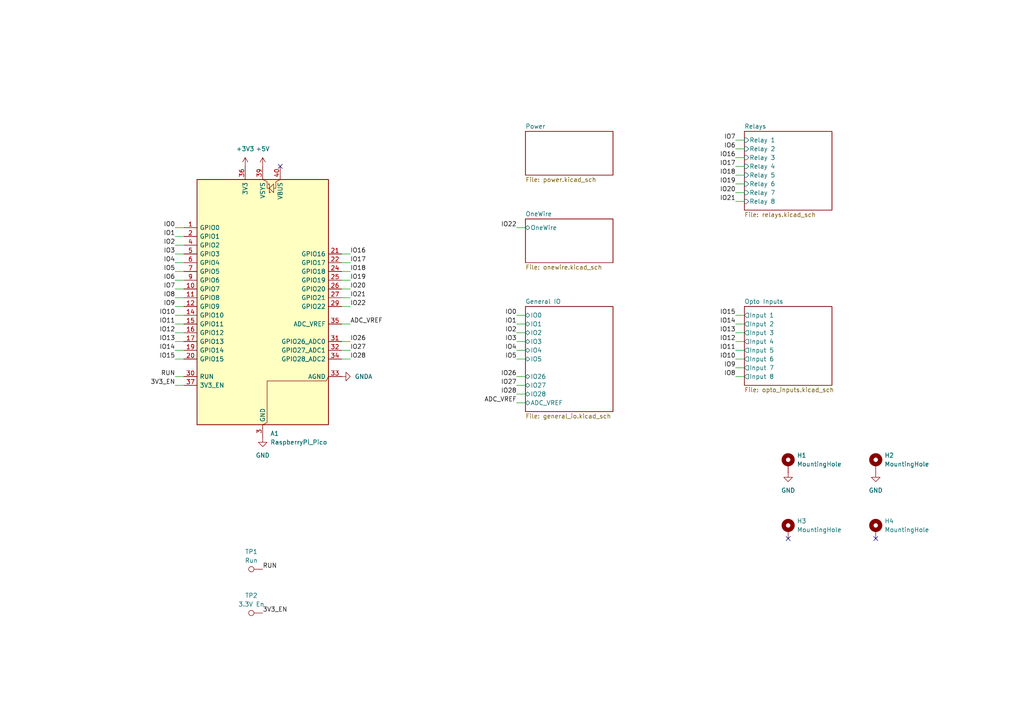
<source format=kicad_sch>
(kicad_sch (version 20231120) (generator "eeschema") (generator_version "8.0")
  (paper "A4")
  (lib_symbols
    (symbol "Connector:TestPoint" (pin_numbers hide) (pin_names (offset 0.762) hide)
      (property "Reference" "TP" (at 0 6.858 0))
      (property "Value" "TestPoint" (at 0 5.08 0))
      (symbol "TestPoint_0_1"
        (circle (center 0 3.302) (radius 0.762))
      )
      (symbol "TestPoint_1_1"
        (pin passive line (at 0 0 90) (length 2.54) (name "1") (number "1"))
      )
    )
    (symbol "Mechanical:MountingHole_Pad" (pin_numbers hide) (pin_names (offset 1.016) hide) (exclude_from_sim yes) (in_bom no)
      (property "Reference" "H" (at 0 6.35 0))
      (property "Value" "MountingHole_Pad" (at 0 4.445 0))
      (symbol "MountingHole_Pad_0_1"
        (circle (center 0 1.27) (radius 1.27) (stroke (width 1.27)))
      )
      (symbol "MountingHole_Pad_1_1"
        (pin input line (at 0 -2.54 90) (length 2.54) (name "1") (number "1"))
      )
    )
    (symbol "RaspberryPi_Pico:RaspberryPi_Pico" (pin_names (offset 0.762))
      (property "Reference" "A" (at -19.05 38.1 0))
      (property "Value" "RaspberryPi_Pico" (at 7.62 38.1 0))
      (symbol "RaspberryPi_Pico_0_1"
        (rectangle (start -19.05 36.83) (end 19.05 -34.29) (stroke (width 0.254)) (fill (type background)))
        (polyline (pts (xy 0 36.83) (xy 1.27 36.195) (xy 1.27 34.29) (xy 1.905 34.29)))
        (polyline (pts (xy 1.905 34.29) (xy 3.175 35.56) (xy 3.175 33.02) (xy 1.905 34.29)))
        (polyline (pts (xy 5.08 36.83) (xy 3.81 36.195) (xy 3.81 34.29) (xy 3.175 34.29)))
        (polyline (pts (xy 0 -34.29) (xy 1.27 -33.655) (xy 1.27 -21.59) (xy 18.415 -21.59) (xy 19.05 -20.32)))
        (polyline (pts (xy 1.651 35.306) (xy 1.651 35.56) (xy 1.905 35.56) (xy 1.905 33.02) (xy 2.159 33.02) (xy 2.159 33.274)))
      )
      (symbol "RaspberryPi_Pico_1_1"
        (pin bidirectional line (at -22.86 22.86 0) (length 3.81) (name "GPIO0") (number "1"))
        (pin bidirectional line (at -22.86 5.08 0) (length 3.81) (name "GPIO7") (number "10"))
        (pin bidirectional line (at -22.86 2.54 0) (length 3.81) (name "GPIO8") (number "11"))
        (pin bidirectional line (at -22.86 0 0) (length 3.81) (name "GPIO9") (number "12"))
        (pin passive line (at 0 -38.1 90) (length 3.81) hide (name "GND") (number "13"))
        (pin bidirectional line (at -22.86 -2.54 0) (length 3.81) (name "GPIO10") (number "14"))
        (pin bidirectional line (at -22.86 -5.08 0) (length 3.81) (name "GPIO11") (number "15"))
        (pin bidirectional line (at -22.86 -7.62 0) (length 3.81) (name "GPIO12") (number "16"))
        (pin bidirectional line (at -22.86 -10.16 0) (length 3.81) (name "GPIO13") (number "17"))
        (pin passive line (at 0 -38.1 90) (length 3.81) hide (name "GND") (number "18"))
        (pin bidirectional line (at -22.86 -12.7 0) (length 3.81) (name "GPIO14") (number "19"))
        (pin bidirectional line (at -22.86 20.32 0) (length 3.81) (name "GPIO1") (number "2"))
        (pin bidirectional line (at -22.86 -15.24 0) (length 3.81) (name "GPIO15") (number "20"))
        (pin bidirectional line (at 22.86 15.24 180) (length 3.81) (name "GPIO16") (number "21"))
        (pin bidirectional line (at 22.86 12.7 180) (length 3.81) (name "GPIO17") (number "22"))
        (pin passive line (at 0 -38.1 90) (length 3.81) hide (name "GND") (number "23"))
        (pin bidirectional line (at 22.86 10.16 180) (length 3.81) (name "GPIO18") (number "24"))
        (pin bidirectional line (at 22.86 7.62 180) (length 3.81) (name "GPIO19") (number "25"))
        (pin bidirectional line (at 22.86 5.08 180) (length 3.81) (name "GPIO20") (number "26"))
        (pin bidirectional line (at 22.86 2.54 180) (length 3.81) (name "GPIO21") (number "27"))
        (pin passive line (at 0 -38.1 90) (length 3.81) hide (name "GND") (number "28"))
        (pin bidirectional line (at 22.86 0 180) (length 3.81) (name "GPIO22") (number "29"))
        (pin power_out line (at 0 -38.1 90) (length 3.81) (name "GND") (number "3"))
        (pin input line (at -22.86 -20.32 0) (length 3.81) (name "RUN") (number "30"))
        (pin bidirectional line (at 22.86 -10.16 180) (length 3.81) (name "GPIO26_ADC0") (number "31"))
        (pin bidirectional line (at 22.86 -12.7 180) (length 3.81) (name "GPIO27_ADC1") (number "32"))
        (pin power_out line (at 22.86 -20.32 180) (length 3.81) (name "AGND") (number "33"))
        (pin bidirectional line (at 22.86 -15.24 180) (length 3.81) (name "GPIO28_ADC2") (number "34"))
        (pin power_in line (at 22.86 -5.08 180) (length 3.81) (name "ADC_VREF") (number "35"))
        (pin power_out line (at -5.08 40.64 270) (length 3.81) (name "3V3") (number "36"))
        (pin input line (at -22.86 -22.86 0) (length 3.81) (name "3V3_EN") (number "37"))
        (pin passive line (at 0 -38.1 90) (length 3.81) hide (name "GND") (number "38"))
        (pin power_in line (at 0 40.64 270) (length 3.81) (name "VSYS") (number "39"))
        (pin bidirectional line (at -22.86 17.78 0) (length 3.81) (name "GPIO2") (number "4"))
        (pin power_out line (at 5.08 40.64 270) (length 3.81) (name "VBUS") (number "40"))
        (pin bidirectional line (at -22.86 15.24 0) (length 3.81) (name "GPIO3") (number "5"))
        (pin bidirectional line (at -22.86 12.7 0) (length 3.81) (name "GPIO4") (number "6"))
        (pin bidirectional line (at -22.86 10.16 0) (length 3.81) (name "GPIO5") (number "7"))
        (pin passive line (at 0 -38.1 90) (length 3.81) hide (name "GND") (number "8"))
        (pin bidirectional line (at -22.86 7.62 0) (length 3.81) (name "GPIO6") (number "9"))
      )
    )
    (symbol "power:+3V3" (power) (pin_numbers hide) (pin_names (offset 0) hide)
      (property "Value" "+3V3" (at 0 3.556 0))
      (symbol "+3V3_0_1"
        (polyline (pts (xy -0.762 1.27) (xy 0 2.54)))
        (polyline (pts (xy 0 0) (xy 0 2.54)))
        (polyline (pts (xy 0 2.54) (xy 0.762 1.27)))
      )
      (symbol "+3V3_1_1"
        (pin power_in line (at 0 0 90) (length 0) (name "~") (number "1"))
      )
    )
    (symbol "power:+5V" (power) (pin_numbers hide) (pin_names (offset 0) hide)
      (property "Value" "+5V" (at 0 3.556 0))
      (symbol "+5V_0_1"
        (polyline (pts (xy -0.762 1.27) (xy 0 2.54)))
        (polyline (pts (xy 0 0) (xy 0 2.54)))
        (polyline (pts (xy 0 2.54) (xy 0.762 1.27)))
      )
      (symbol "+5V_1_1"
        (pin power_in line (at 0 0 90) (length 0) (name "~") (number "1"))
      )
    )
    (symbol "power:GND" (power) (pin_numbers hide) (pin_names (offset 0) hide)
      (property "Value" "GND" (at 0 -3.81 0))
      (symbol "GND_0_1"
        (polyline (pts (xy 0 0) (xy 0 -1.27) (xy 1.27 -1.27) (xy 0 -2.54) (xy -1.27 -1.27) (xy 0 -1.27)))
      )
      (symbol "GND_1_1"
        (pin power_in line (at 0 0 270) (length 0) (name "~") (number "1"))
      )
    )
    (symbol "power:GNDA" (power) (pin_numbers hide) (pin_names (offset 0) hide)
      (property "Value" "GNDA" (at 0 -3.81 0))
      (symbol "GNDA_0_1"
        (polyline (pts (xy 0 0) (xy 0 -1.27) (xy 1.27 -1.27) (xy 0 -2.54) (xy -1.27 -1.27) (xy 0 -1.27)))
      )
      (symbol "GNDA_1_1"
        (pin power_in line (at 0 0 270) (length 0) (name "~") (number "1"))
      )
    )
  )
  (no_connect (at 228.6 156.21))
  (no_connect (at 81.28 48.26))
  (no_connect (at 254 156.21))
  (wire (pts (xy 213.36 96.52) (xy 215.9 96.52)))
  (wire (pts (xy 149.86 96.52) (xy 152.4 96.52)))
  (wire (pts (xy 50.8 99.06) (xy 53.34 99.06)))
  (wire (pts (xy 213.36 48.26) (xy 215.9 48.26)))
  (wire (pts (xy 213.36 43.18) (xy 215.9 43.18)))
  (wire (pts (xy 213.36 55.88) (xy 215.9 55.88)))
  (wire (pts (xy 213.36 45.72) (xy 215.9 45.72)))
  (wire (pts (xy 50.8 73.66) (xy 53.34 73.66)))
  (wire (pts (xy 50.8 104.14) (xy 53.34 104.14)))
  (wire (pts (xy 149.86 91.44) (xy 152.4 91.44)))
  (wire (pts (xy 50.8 68.58) (xy 53.34 68.58)))
  (wire (pts (xy 50.8 101.6) (xy 53.34 101.6)))
  (wire (pts (xy 101.6 73.66) (xy 99.06 73.66)))
  (wire (pts (xy 101.6 104.14) (xy 99.06 104.14)))
  (wire (pts (xy 50.8 78.74) (xy 53.34 78.74)))
  (wire (pts (xy 50.8 96.52) (xy 53.34 96.52)))
  (wire (pts (xy 50.8 66.04) (xy 53.34 66.04)))
  (wire (pts (xy 149.86 101.6) (xy 152.4 101.6)))
  (wire (pts (xy 213.36 58.42) (xy 215.9 58.42)))
  (wire (pts (xy 213.36 53.34) (xy 215.9 53.34)))
  (wire (pts (xy 50.8 71.12) (xy 53.34 71.12)))
  (wire (pts (xy 50.8 91.44) (xy 53.34 91.44)))
  (wire (pts (xy 50.8 83.82) (xy 53.34 83.82)))
  (wire (pts (xy 149.86 93.98) (xy 152.4 93.98)))
  (wire (pts (xy 50.8 81.28) (xy 53.34 81.28)))
  (wire (pts (xy 213.36 40.64) (xy 215.9 40.64)))
  (wire (pts (xy 149.86 111.76) (xy 152.4 111.76)))
  (wire (pts (xy 213.36 109.22) (xy 215.9 109.22)))
  (wire (pts (xy 149.86 109.22) (xy 152.4 109.22)))
  (wire (pts (xy 101.6 99.06) (xy 99.06 99.06)))
  (wire (pts (xy 149.86 116.84) (xy 152.4 116.84)))
  (wire (pts (xy 213.36 99.06) (xy 215.9 99.06)))
  (wire (pts (xy 101.6 101.6) (xy 99.06 101.6)))
  (wire (pts (xy 101.6 81.28) (xy 99.06 81.28)))
  (wire (pts (xy 101.6 83.82) (xy 99.06 83.82)))
  (wire (pts (xy 213.36 104.14) (xy 215.9 104.14)))
  (wire (pts (xy 149.86 104.14) (xy 152.4 104.14)))
  (wire (pts (xy 213.36 106.68) (xy 215.9 106.68)))
  (wire (pts (xy 213.36 91.44) (xy 215.9 91.44)))
  (wire (pts (xy 101.6 76.2) (xy 99.06 76.2)))
  (wire (pts (xy 50.8 76.2) (xy 53.34 76.2)))
  (wire (pts (xy 101.6 86.36) (xy 99.06 86.36)))
  (wire (pts (xy 213.36 50.8) (xy 215.9 50.8)))
  (wire (pts (xy 101.6 78.74) (xy 99.06 78.74)))
  (wire (pts (xy 149.86 114.3) (xy 152.4 114.3)))
  (wire (pts (xy 149.86 99.06) (xy 152.4 99.06)))
  (wire (pts (xy 50.8 111.76) (xy 53.34 111.76)))
  (wire (pts (xy 101.6 93.98) (xy 99.06 93.98)))
  (wire (pts (xy 50.8 88.9) (xy 53.34 88.9)))
  (wire (pts (xy 50.8 109.22) (xy 53.34 109.22)))
  (wire (pts (xy 213.36 93.98) (xy 215.9 93.98)))
  (wire (pts (xy 101.6 88.9) (xy 99.06 88.9)))
  (wire (pts (xy 149.86 66.04) (xy 152.4 66.04)))
  (wire (pts (xy 50.8 93.98) (xy 53.34 93.98)))
  (wire (pts (xy 50.8 86.36) (xy 53.34 86.36)))
  (wire (pts (xy 213.36 101.6) (xy 215.9 101.6)))
  (label "IO17" (at 213.36 48.26 180))
  (label "IO8" (at 213.36 109.22 180))
  (label "IO3" (at 50.8 73.66 180))
  (label "IO26" (at 101.6 99.06 0))
  (label "IO15" (at 213.36 91.44 180))
  (label "ADC_VREF" (at 149.86 116.84 180))
  (label "IO6" (at 213.36 43.18 180))
  (label "IO27" (at 149.86 111.76 180))
  (label "IO0" (at 50.8 66.04 180))
  (label "IO21" (at 213.36 58.42 180))
  (label "IO28" (at 149.86 114.3 180))
  (label "IO26" (at 149.86 109.22 180))
  (label "IO3" (at 149.86 99.06 180))
  (label "IO20" (at 213.36 55.88 180))
  (label "IO7" (at 50.8 83.82 180))
  (label "IO2" (at 50.8 71.12 180))
  (label "IO14" (at 213.36 93.98 180))
  (label "IO14" (at 50.8 101.6 180))
  (label "IO12" (at 213.36 99.06 180))
  (label "IO0" (at 149.86 91.44 180))
  (label "IO20" (at 101.6 83.82 0))
  (label "IO16" (at 213.36 45.72 180))
  (label "IO27" (at 101.6 101.6 0))
  (label "IO6" (at 50.8 81.28 180))
  (label "IO1" (at 50.8 68.58 180))
  (label "IO16" (at 101.6 73.66 0))
  (label "IO1" (at 149.86 93.98 180))
  (label "IO9" (at 213.36 106.68 180))
  (label "IO2" (at 149.86 96.52 180))
  (label "IO4" (at 149.86 101.6 180))
  (label "RUN" (at 50.8 109.22 180))
  (label "IO12" (at 50.8 96.52 180))
  (label "IO15" (at 50.8 104.14 180))
  (label "IO11" (at 213.36 101.6 180))
  (label "IO18" (at 213.36 50.8 180))
  (label "IO5" (at 50.8 78.74 180))
  (label "IO19" (at 101.6 81.28 0))
  (label "IO7" (at 213.36 40.64 180))
  (label "IO13" (at 213.36 96.52 180))
  (label "IO4" (at 50.8 76.2 180))
  (label "RUN" (at 76.2 165.1 0))
  (label "IO19" (at 213.36 53.34 180))
  (label "IO8" (at 50.8 86.36 180))
  (label "IO21" (at 101.6 86.36 0))
  (label "IO22" (at 101.6 88.9 0))
  (label "IO9" (at 50.8 88.9 180))
  (label "IO28" (at 101.6 104.14 0))
  (label "3V3_EN" (at 50.8 111.76 180))
  (label "IO22" (at 149.86 66.04 180))
  (label "IO10" (at 213.36 104.14 180))
  (label "IO10" (at 50.8 91.44 180))
  (label "IO17" (at 101.6 76.2 0))
  (label "ADC_VREF" (at 101.6 93.98 0))
  (label "IO18" (at 101.6 78.74 0))
  (label "3V3_EN" (at 76.2 177.8 0))
  (label "IO5" (at 149.86 104.14 180))
  (label "IO11" (at 50.8 93.98 180))
  (label "IO13" (at 50.8 99.06 180))
  (symbol (lib_id "power:GNDA") (at 99.06 109.22 90) (unit 1)
    (property "Reference" "#PWR06" (effects (hide yes)))
    (property "Value" "GNDA" (at 102.87 109.2199 90) (effects (justify right)))
    (property "Description" "Power symbol creates a global label with name \"GNDA\" , analog ground" (effects (hide yes)))
  )
  (symbol (lib_id "power:+5V") (at 76.2 48.26 0) (unit 1)
    (property "Reference" "#PWR03" (effects (hide yes)))
    (property "Value" "+5V" (at 76.2 43.18 0))
    (property "Description" "Power symbol creates a global label with name \"+5V\"" (effects (hide yes)))
  )
  (symbol (lib_id "Mechanical:MountingHole_Pad") (at 254 153.67 0) (unit 1) (exclude_from_sim yes) (in_bom no)
    (property "Reference" "H4" (at 256.54 151.1299 0) (effects (justify left)))
    (property "Value" "MountingHole" (at 256.54 153.6699 0) (effects (justify left)))
    (property "Footprint" "MountingHole:MountingHole_3.2mm_M3_Pad_Via" (effects (hide yes)))
    (property "Description" "Mounting Hole with connection" (effects (hide yes)))
  )
  (symbol (lib_id "power:GND") (at 254 137.16 0) (unit 1)
    (property "Reference" "#PWR011" (effects (hide yes)))
    (property "Value" "GND" (at 254 142.24 0))
    (property "Description" "Power symbol creates a global label with name \"GND\" , ground" (effects (hide yes)))
  )
  (symbol (lib_id "Connector:TestPoint") (at 76.2 165.1 90) (unit 1)
    (property "Reference" "TP1" (at 72.898 160.02 90))
    (property "Value" "Run" (at 72.898 162.56 90))
    (property "Footprint" "TestPoint:TestPoint_Pad_D2.0mm" (effects (hide yes)))
    (property "Description" "test point" (effects (hide yes)))
  )
  (symbol (lib_id "Mechanical:MountingHole_Pad") (at 228.6 134.62 0) (unit 1) (exclude_from_sim yes) (in_bom no)
    (property "Reference" "H1" (at 231.14 132.0799 0) (effects (justify left)))
    (property "Value" "MountingHole" (at 231.14 134.6199 0) (effects (justify left)))
    (property "Footprint" "MountingHole:MountingHole_3.2mm_M3_Pad_Via" (effects (hide yes)))
    (property "Description" "Mounting Hole with connection" (effects (hide yes)))
  )
  (symbol (lib_id "RaspberryPi_Pico:RaspberryPi_Pico") (at 76.2 88.9 0) (unit 1)
    (property "Reference" "A1" (at 78.3941 125.73 0) (effects (justify left)))
    (property "Value" "RaspberryPi_Pico" (at 78.3941 128.27 0) (effects (justify left)))
    (property "Footprint" "RaspberryPi_Pico:RaspberryPi_Pico_Common" (effects (hide yes)))
    (property "Datasheet" "https://datasheets.raspberrypi.com/pico/pico-datasheet.pdf" (effects (hide yes)))
    (property "Description" "Versatile and inexpensive microcontroller module powered by RP2040 dual-core Arm Cortex-M0+ processor up to 133 MHz, 264kB SRAM, 2MB QSPI flash" (effects (hide yes)))
  )
  (symbol (lib_id "Mechanical:MountingHole_Pad") (at 228.6 153.67 0) (unit 1) (exclude_from_sim yes) (in_bom no)
    (property "Reference" "H3" (at 231.14 151.1299 0) (effects (justify left)))
    (property "Value" "MountingHole" (at 231.14 153.6699 0) (effects (justify left)))
    (property "Footprint" "MountingHole:MountingHole_3.2mm_M3_Pad_Via" (effects (hide yes)))
    (property "Description" "Mounting Hole with connection" (effects (hide yes)))
  )
  (symbol (lib_id "power:GND") (at 228.6 137.16 0) (unit 1)
    (property "Reference" "#PWR014" (effects (hide yes)))
    (property "Value" "GND" (at 228.6 142.24 0))
    (property "Description" "Power symbol creates a global label with name \"GND\" , ground" (effects (hide yes)))
  )
  (symbol (lib_id "power:+3V3") (at 71.12 48.26 0) (unit 1)
    (property "Reference" "#PWR02" (effects (hide yes)))
    (property "Value" "+3V3" (at 71.12 43.18 0))
    (property "Description" "Power symbol creates a global label with name \"+3V3\"" (effects (hide yes)))
  )
  (symbol (lib_id "Connector:TestPoint") (at 76.2 177.8 90) (unit 1)
    (property "Reference" "TP2" (at 72.898 172.72 90))
    (property "Value" "3.3V En" (at 72.898 175.26 90))
    (property "Footprint" "TestPoint:TestPoint_Pad_D2.0mm" (effects (hide yes)))
    (property "Description" "test point" (effects (hide yes)))
  )
  (symbol (lib_id "power:GND") (at 76.2 127 0) (unit 1)
    (property "Reference" "#PWR04" (effects (hide yes)))
    (property "Value" "GND" (at 76.2 132.08 0))
    (property "Description" "Power symbol creates a global label with name \"GND\" , ground" (effects (hide yes)))
  )
  (symbol (lib_id "Mechanical:MountingHole_Pad") (at 254 134.62 0) (unit 1) (exclude_from_sim yes) (in_bom no)
    (property "Reference" "H2" (at 256.54 132.0799 0) (effects (justify left)))
    (property "Value" "MountingHole" (at 256.54 134.6199 0) (effects (justify left)))
    (property "Footprint" "MountingHole:MountingHole_3.2mm_M3_Pad_Via" (effects (hide yes)))
    (property "Description" "Mounting Hole with connection" (effects (hide yes)))
  )
  (sheet (at 215.9 38.1) (size 25.4 22.86) (stroke (width 0.1524))
    (property "Sheetname" "Relays" (at 215.9 37.3884 0) (effects (justify left bottom)))
    (property "Sheetfile" "relays.kicad_sch" (at 215.9 61.5446 0) (effects (justify left top)))
    (pin "Relay 1" input (at 215.9 40.64 180))
    (pin "Relay 2" input (at 215.9 43.18 180))
    (pin "Relay 3" input (at 215.9 45.72 180))
    (pin "Relay 4" input (at 215.9 48.26 180))
    (pin "Relay 5" input (at 215.9 50.8 180))
    (pin "Relay 6" input (at 215.9 53.34 180))
    (pin "Relay 7" input (at 215.9 55.88 180))
    (pin "Relay 8" input (at 215.9 58.42 180))
  )
  (sheet (at 152.4 63.5) (size 25.4 12.7) (stroke (width 0.1524))
    (property "Sheetname" "OneWire" (at 152.4 62.7884 0) (effects (justify left bottom)))
    (property "Sheetfile" "onewire.kicad_sch" (at 152.4 76.7846 0) (effects (justify left top)))
    (pin "OneWire" bidirectional (at 152.4 66.04 180))
  )
  (sheet (at 152.4 88.9) (size 25.4 30.48) (stroke (width 0.1524))
    (property "Sheetname" "General IO" (at 152.4 88.1884 0) (effects (justify left bottom)))
    (property "Sheetfile" "general_io.kicad_sch" (at 152.4 119.9646 0) (effects (justify left top)))
    (pin "IO0" bidirectional (at 152.4 91.44 180))
    (pin "IO3" bidirectional (at 152.4 99.06 180))
    (pin "IO1" bidirectional (at 152.4 93.98 180))
    (pin "IO2" bidirectional (at 152.4 96.52 180))
    (pin "IO4" bidirectional (at 152.4 101.6 180))
    (pin "IO5" bidirectional (at 152.4 104.14 180))
    (pin "IO26" bidirectional (at 152.4 109.22 180))
    (pin "ADC_VREF" bidirectional (at 152.4 116.84 180))
    (pin "IO27" bidirectional (at 152.4 111.76 180))
    (pin "IO28" bidirectional (at 152.4 114.3 180))
  )
  (sheet (at 215.9 88.9) (size 25.4 22.86) (stroke (width 0.1524))
    (property "Sheetname" "Opto Inputs" (at 215.9 88.1884 0) (effects (justify left bottom)))
    (property "Sheetfile" "opto_inputs.kicad_sch" (at 215.9 112.3446 0) (effects (justify left top)))
    (pin "Input 4" output (at 215.9 99.06 180))
    (pin "Input 5" output (at 215.9 101.6 180))
    (pin "Input 2" output (at 215.9 93.98 180))
    (pin "Input 1" output (at 215.9 91.44 180))
    (pin "Input 3" output (at 215.9 96.52 180))
    (pin "Input 6" output (at 215.9 104.14 180))
    (pin "Input 7" output (at 215.9 106.68 180))
    (pin "Input 8" output (at 215.9 109.22 180))
  )
  (sheet (at 152.4 38.1) (size 25.4 12.7) (stroke (width 0.1524))
    (property "Sheetname" "Power" (at 152.4 37.3884 0) (effects (justify left bottom)))
    (property "Sheetfile" "power.kicad_sch" (at 152.4 51.3846 0) (effects (justify left top)))
  )
)
</source>
